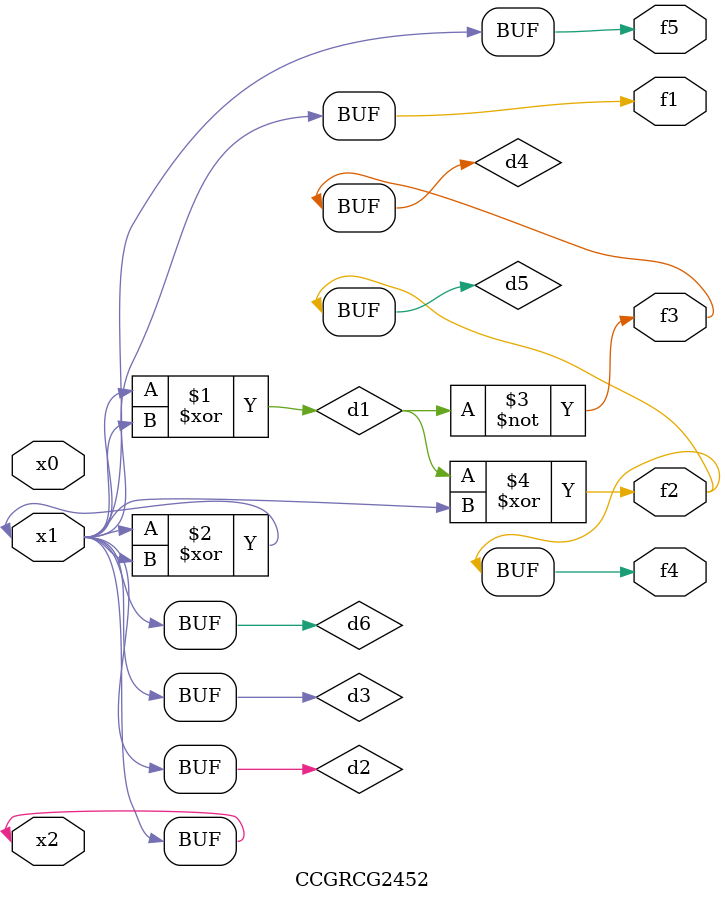
<source format=v>
module CCGRCG2452(
	input x0, x1, x2,
	output f1, f2, f3, f4, f5
);

	wire d1, d2, d3, d4, d5, d6;

	xor (d1, x1, x2);
	buf (d2, x1, x2);
	xor (d3, x1, x2);
	nor (d4, d1);
	xor (d5, d1, d2);
	buf (d6, d2, d3);
	assign f1 = d6;
	assign f2 = d5;
	assign f3 = d4;
	assign f4 = d5;
	assign f5 = d6;
endmodule

</source>
